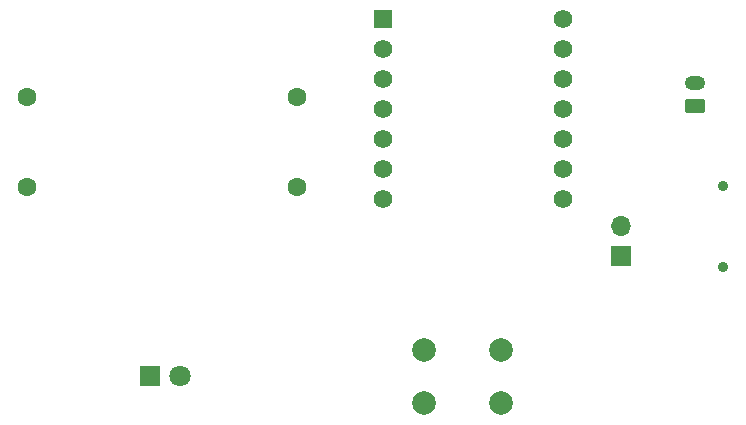
<source format=gbr>
%TF.GenerationSoftware,KiCad,Pcbnew,8.0.8*%
%TF.CreationDate,2025-02-27T22:43:43-08:00*%
%TF.ProjectId,display_pcb,64697370-6c61-4795-9f70-63622e6b6963,rev?*%
%TF.SameCoordinates,Original*%
%TF.FileFunction,Soldermask,Bot*%
%TF.FilePolarity,Negative*%
%FSLAX46Y46*%
G04 Gerber Fmt 4.6, Leading zero omitted, Abs format (unit mm)*
G04 Created by KiCad (PCBNEW 8.0.8) date 2025-02-27 22:43:43*
%MOMM*%
%LPD*%
G01*
G04 APERTURE LIST*
G04 Aperture macros list*
%AMRoundRect*
0 Rectangle with rounded corners*
0 $1 Rounding radius*
0 $2 $3 $4 $5 $6 $7 $8 $9 X,Y pos of 4 corners*
0 Add a 4 corners polygon primitive as box body*
4,1,4,$2,$3,$4,$5,$6,$7,$8,$9,$2,$3,0*
0 Add four circle primitives for the rounded corners*
1,1,$1+$1,$2,$3*
1,1,$1+$1,$4,$5*
1,1,$1+$1,$6,$7*
1,1,$1+$1,$8,$9*
0 Add four rect primitives between the rounded corners*
20,1,$1+$1,$2,$3,$4,$5,0*
20,1,$1+$1,$4,$5,$6,$7,0*
20,1,$1+$1,$6,$7,$8,$9,0*
20,1,$1+$1,$8,$9,$2,$3,0*%
G04 Aperture macros list end*
%ADD10C,2.000000*%
%ADD11R,1.800000X1.800000*%
%ADD12C,1.800000*%
%ADD13R,1.700000X1.700000*%
%ADD14O,1.700000X1.700000*%
%ADD15C,1.600000*%
%ADD16C,0.900000*%
%ADD17RoundRect,0.250000X0.625000X-0.350000X0.625000X0.350000X-0.625000X0.350000X-0.625000X-0.350000X0*%
%ADD18O,1.750000X1.200000*%
%ADD19RoundRect,0.102000X-0.679000X-0.679000X0.679000X-0.679000X0.679000X0.679000X-0.679000X0.679000X0*%
%ADD20C,1.562000*%
G04 APERTURE END LIST*
D10*
%TO.C,SW2*%
X148811500Y-110146000D03*
X155311500Y-110146000D03*
X148811500Y-114646000D03*
X155311500Y-114646000D03*
%TD*%
D11*
%TO.C,D1*%
X125640500Y-112396000D03*
D12*
X128180500Y-112396000D03*
%TD*%
D13*
%TO.C,J1*%
X165523500Y-102236000D03*
D14*
X165523500Y-99696000D03*
%TD*%
D15*
%TO.C,M1*%
X138031500Y-88774000D03*
X138031500Y-96374000D03*
X115231500Y-96374000D03*
X115231500Y-88774000D03*
%TD*%
D16*
%TO.C,SW1*%
X174159500Y-103096000D03*
X174159500Y-96296000D03*
%TD*%
D17*
%TO.C,BT1*%
X171801500Y-89510000D03*
D18*
X171801500Y-87510000D03*
%TD*%
D19*
%TO.C,U1*%
X145317500Y-82106000D03*
D20*
X145317500Y-84646000D03*
X145317500Y-87186000D03*
X145317500Y-89726000D03*
X145317500Y-92266000D03*
X145317500Y-94806000D03*
X145317500Y-97346000D03*
X160557500Y-97346000D03*
X160557500Y-94806000D03*
X160557500Y-92266000D03*
X160557500Y-89726000D03*
X160557500Y-87186000D03*
X160557500Y-84646000D03*
X160557500Y-82106000D03*
%TD*%
M02*

</source>
